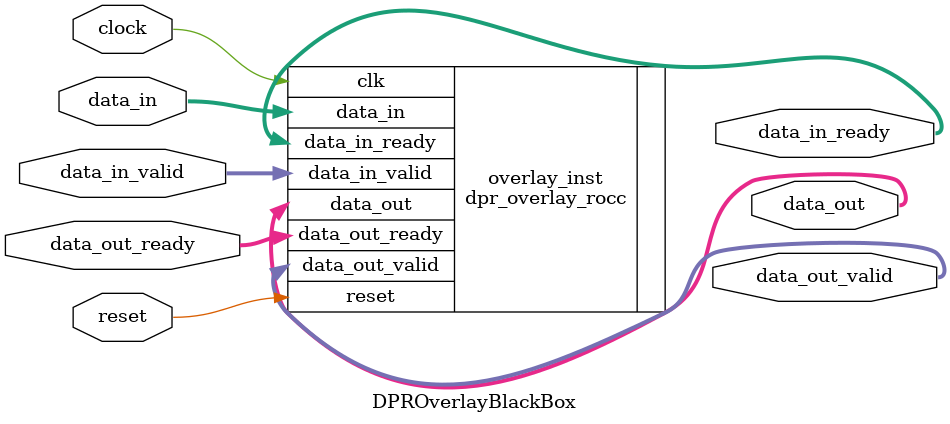
<source format=v>

module DPROverlayBlackBox

	#(parameter    C_DATA_WIDTH = 32, 
	               C_INPUT_NODES = 8, 
	               C_OUTPUT_NODES = 8)
	(
		input 	clock,
		input 	reset,

		input 	[C_DATA_WIDTH * C_INPUT_NODES - 1 : 0] 	data_in,
		input 	[C_INPUT_NODES - 1 : 0]					data_in_valid,
		output 	[C_INPUT_NODES - 1 : 0] 				data_in_ready,
		output 	[C_DATA_WIDTH * C_OUTPUT_NODES - 1 : 0] data_out,
		output 	[C_OUTPUT_NODES - 1 : 0]				data_out_valid,
		input 	[C_OUTPUT_NODES - 1 : 0] 				data_out_ready

	);

	dpr_overlay_rocc #(
		.C_DATA_WIDTH(C_DATA_WIDTH), 
		.C_INPUT_NODES(C_INPUT_NODES), 
		.C_OUTPUT_NODES(C_OUTPUT_NODES)
	) overlay_inst(
		.clk(clock),
		.reset(reset),
		.data_in(data_in),
		.data_in_valid(data_in_valid),
		.data_in_ready(data_in_ready),
		.data_out(data_out),
		.data_out_valid(data_out_valid),
		.data_out_ready(data_out_ready)
	);

endmodule
</source>
